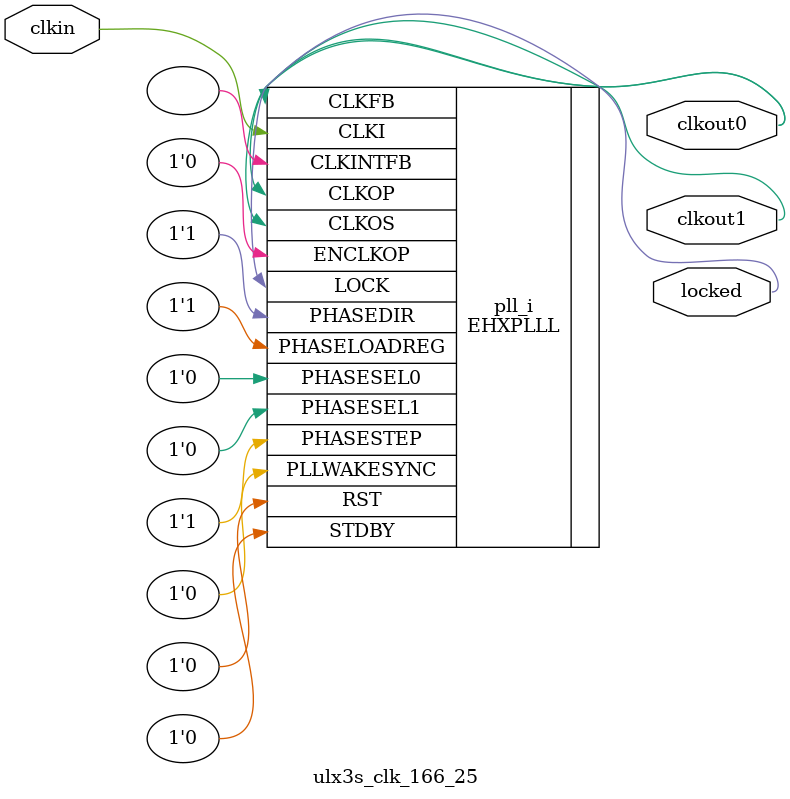
<source format=v>
module ulx3s_clk_166_25
(
    input clkin, // 25 MHz, 0 deg
    output clkout0, // 165.625 MHz, 0 deg
    output clkout1, // 25.4808 MHz, 0 deg
    output locked
);
(* FREQUENCY_PIN_CLKI="25" *)
(* FREQUENCY_PIN_CLKOP="165.625" *)
(* FREQUENCY_PIN_CLKOS="25.4808" *)
(* ICP_CURRENT="12" *) (* LPF_RESISTOR="8" *) (* MFG_ENABLE_FILTEROPAMP="1" *) (* MFG_GMCREF_SEL="2" *)
EHXPLLL #(
        .PLLRST_ENA("DISABLED"),
        .INTFB_WAKE("DISABLED"),
        .STDBY_ENABLE("DISABLED"),
        .DPHASE_SOURCE("DISABLED"),
        .OUTDIVIDER_MUXA("DIVA"),
        .OUTDIVIDER_MUXB("DIVB"),
        .OUTDIVIDER_MUXC("DIVC"),
        .OUTDIVIDER_MUXD("DIVD"),
        .CLKI_DIV(8),
        .CLKOP_ENABLE("ENABLED"),
        .CLKOP_DIV(4),
        .CLKOP_CPHASE(1),
        .CLKOP_FPHASE(0),
        .CLKOS_ENABLE("ENABLED"),
        .CLKOS_DIV(26),
        .CLKOS_CPHASE(1),
        .CLKOS_FPHASE(0),
        .FEEDBK_PATH("CLKOP"),
        .CLKFB_DIV(53)
    ) pll_i (
        .RST(1'b0),
        .STDBY(1'b0),
        .CLKI(clkin),
        .CLKOP(clkout0),
        .CLKOS(clkout1),
        .CLKFB(clkout0),
        .CLKINTFB(),
        .PHASESEL0(1'b0),
        .PHASESEL1(1'b0),
        .PHASEDIR(1'b1),
        .PHASESTEP(1'b1),
        .PHASELOADREG(1'b1),
        .PLLWAKESYNC(1'b0),
        .ENCLKOP(1'b0),
        .LOCK(locked)
	);
endmodule

</source>
